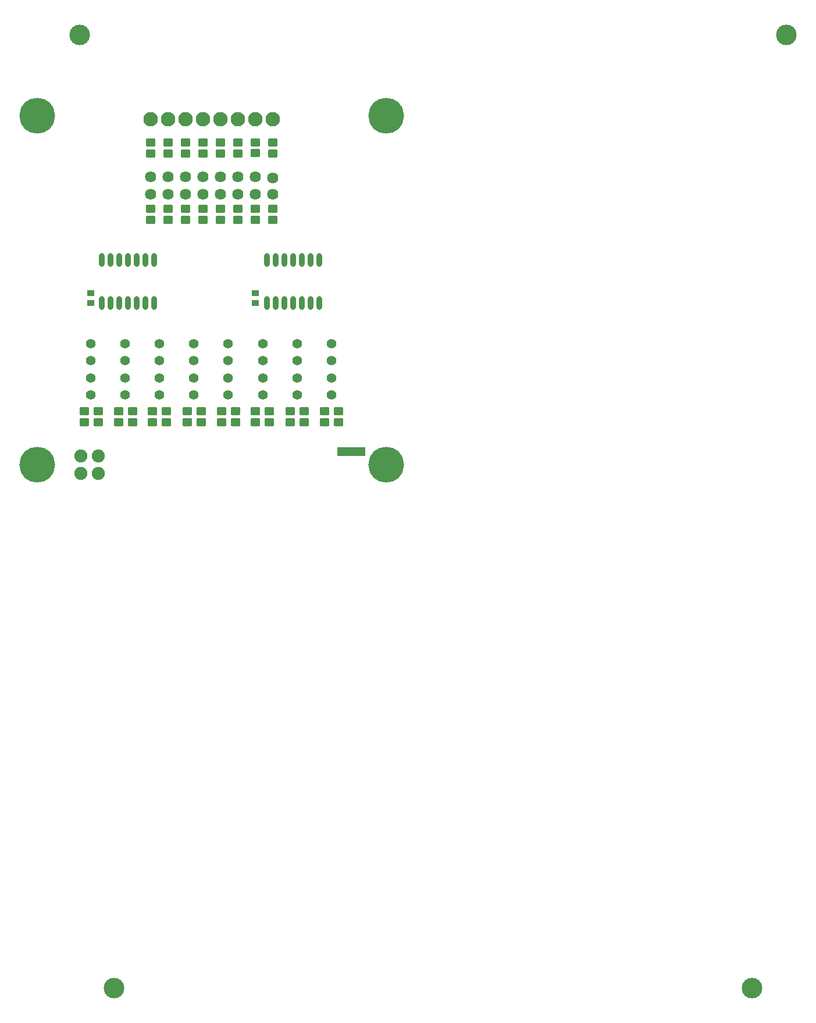
<source format=gbs>
G04 Layer: BottomSolderMaskLayer*
G04 Panelize: Stamp Hole, Column: 2, Row: 2, Board Size: 58.42mm x 58.42mm, Panelized Board Size: 122.84mm x 122.84mm*
G04 EasyEDA v6.5.34, 2023-09-13 23:46:03*
G04 50f54edec40846078001aba480b7569d,5a6b42c53f6a479593ecc07194224c93,10*
G04 Gerber Generator version 0.2*
G04 Scale: 100 percent, Rotated: No, Reflected: No *
G04 Dimensions in millimeters *
G04 leading zeros omitted , absolute positions ,4 integer and 5 decimal *
%FSLAX45Y45*%
%MOMM*%

%AMMACRO1*1,1,$1,$2,$3*1,1,$1,$4,$5*1,1,$1,0-$2,0-$3*1,1,$1,0-$4,0-$5*20,1,$1,$2,$3,$4,$5,0*20,1,$1,$4,$5,0-$2,0-$3,0*20,1,$1,0-$2,0-$3,0-$4,0-$5,0*20,1,$1,0-$4,0-$5,$2,$3,0*4,1,4,$2,$3,$4,$5,0-$2,0-$3,0-$4,0-$5,$2,$3,0*%
%ADD10MACRO1,0.2032X-0.55X0.5X-0.55X-0.5*%
%ADD11O,0.8031988000000001X2.0031963999999998*%
%ADD12MACRO1,0.1016X0.45X-0.4X0.45X0.4*%
%ADD13C,5.2032*%
%ADD14C,1.4016*%
%ADD15C,1.6256*%
%ADD16C,2.1016*%
%ADD17C,1.9016*%
%ADD18C,3.0000*%

%LPD*%
D10*
G01*
X2031992Y3945884D03*
G01*
X2031992Y4105884D03*
D11*
G01*
X2082800Y2737967D03*
G01*
X1955800Y2737967D03*
G01*
X1828800Y2737967D03*
G01*
X1701800Y2737967D03*
G01*
X1574800Y2737967D03*
G01*
X1447800Y2737967D03*
G01*
X1320800Y2737967D03*
G01*
X2082800Y3357981D03*
G01*
X1955800Y3357981D03*
G01*
X1828800Y3357981D03*
G01*
X1701800Y3357981D03*
G01*
X1574800Y3357981D03*
G01*
X1447800Y3357981D03*
G01*
X1320800Y3357981D03*
G01*
X4482795Y2737967D03*
G01*
X4355795Y2737967D03*
G01*
X4228795Y2737967D03*
G01*
X4101795Y2737967D03*
G01*
X3974795Y2737967D03*
G01*
X3847795Y2737967D03*
G01*
X3720795Y2737967D03*
G01*
X4482795Y3357981D03*
G01*
X4355795Y3357981D03*
G01*
X4228795Y3357981D03*
G01*
X4101795Y3357981D03*
G01*
X3974795Y3357981D03*
G01*
X3847795Y3357981D03*
G01*
X3720795Y3357981D03*
D10*
G01*
X2031989Y4912098D03*
G01*
X2031989Y5072098D03*
G01*
X3809992Y3945884D03*
G01*
X3809992Y4105884D03*
G01*
X3555992Y3945884D03*
G01*
X3555992Y4105884D03*
G01*
X3301992Y3945884D03*
G01*
X3301992Y4105884D03*
G01*
X3047992Y3945884D03*
G01*
X3047992Y4105884D03*
G01*
X2793992Y3945884D03*
G01*
X2793992Y4105884D03*
G01*
X2539992Y3945884D03*
G01*
X2539992Y4105884D03*
G01*
X2285992Y3945884D03*
G01*
X2285992Y4105884D03*
G01*
X3809989Y4912098D03*
G01*
X3809989Y5072098D03*
G01*
X3553188Y4915695D03*
G01*
X3553188Y5075694D03*
G01*
X3301989Y4912098D03*
G01*
X3301989Y5072098D03*
G01*
X3047989Y4912098D03*
G01*
X3047989Y5072098D03*
G01*
X2793989Y4912098D03*
G01*
X2793989Y5072098D03*
G01*
X2539989Y4912098D03*
G01*
X2539989Y5072098D03*
G01*
X2285989Y4912098D03*
G01*
X2285989Y5072098D03*
G01*
X1269994Y999489D03*
G01*
X1269994Y1159489D03*
G01*
X1066794Y999489D03*
G01*
X1066794Y1159489D03*
G01*
X4762487Y999489D03*
G01*
X4762487Y1159489D03*
G01*
X4559287Y999489D03*
G01*
X4559287Y1159489D03*
G01*
X4267189Y999489D03*
G01*
X4267189Y1159489D03*
G01*
X4063989Y999489D03*
G01*
X4063989Y1159489D03*
G01*
X3759189Y999489D03*
G01*
X3759189Y1159489D03*
G01*
X3555989Y999489D03*
G01*
X3555989Y1159489D03*
G01*
X3263889Y999489D03*
G01*
X3263889Y1159489D03*
G01*
X3060692Y999489D03*
G01*
X3060692Y1159489D03*
G01*
X2768592Y999489D03*
G01*
X2768592Y1159489D03*
G01*
X2565392Y999489D03*
G01*
X2565392Y1159489D03*
G01*
X2260592Y999489D03*
G01*
X2260592Y1159489D03*
G01*
X2057392Y999489D03*
G01*
X2057392Y1159489D03*
G01*
X1562094Y999489D03*
G01*
X1562094Y1159489D03*
G01*
X1765294Y999489D03*
G01*
X1765294Y1159489D03*
D12*
G01*
X1155710Y2876704D03*
G01*
X1155710Y2736705D03*
G01*
X3556005Y2876704D03*
G01*
X3556005Y2736705D03*
D13*
G01*
X381000Y5461000D03*
G01*
X5461000Y5461000D03*
G01*
X5461000Y381000D03*
G01*
X381000Y381000D03*
D14*
G01*
X4660900Y2146300D03*
G01*
X4660900Y1396288D03*
G01*
X4660900Y1646301D03*
G01*
X4660900Y1896287D03*
G01*
X4160900Y2146300D03*
G01*
X4160900Y1396288D03*
G01*
X4160900Y1646301D03*
G01*
X4160900Y1896287D03*
G01*
X3660902Y2146300D03*
G01*
X3660902Y1396288D03*
G01*
X3660902Y1646301D03*
G01*
X3660902Y1896287D03*
G01*
X3160902Y2146300D03*
G01*
X3160902Y1396288D03*
G01*
X3160902Y1646301D03*
G01*
X3160902Y1896287D03*
G01*
X2660904Y2146300D03*
G01*
X2660904Y1396288D03*
G01*
X2660904Y1646301D03*
G01*
X2660904Y1896287D03*
G01*
X2160904Y2146300D03*
G01*
X2160904Y1396288D03*
G01*
X2160904Y1646301D03*
G01*
X2160904Y1896287D03*
G01*
X1660905Y1896287D03*
G01*
X1660905Y1646301D03*
G01*
X1660905Y1396288D03*
G01*
X1660905Y2146300D03*
G01*
X1160906Y1396288D03*
G01*
X1160906Y1646301D03*
G01*
X1160906Y1896287D03*
G01*
X1160906Y2146300D03*
D15*
G01*
X2794000Y4572000D03*
G01*
X2794000Y4318000D03*
G01*
X2540000Y4572000D03*
G01*
X2540000Y4318000D03*
G01*
X2032000Y4318000D03*
G01*
X2032000Y4572000D03*
G01*
X3302000Y4572000D03*
G01*
X3302000Y4318000D03*
G01*
X3048000Y4572000D03*
G01*
X3048000Y4318000D03*
G01*
X3810000Y4318000D03*
G01*
X3810000Y4559300D03*
D16*
G01*
X3812793Y5406593D03*
G01*
X3558793Y5406593D03*
G01*
X3304793Y5406593D03*
G01*
X3050793Y5406593D03*
G01*
X2796793Y5406593D03*
G01*
X2542793Y5406593D03*
G01*
X2288793Y5406593D03*
G01*
X2034793Y5406593D03*
D15*
G01*
X3556000Y4318000D03*
G01*
X3556000Y4572000D03*
G01*
X2286000Y4318000D03*
G01*
X2286000Y4572000D03*
D17*
G01*
X1270000Y254000D03*
G01*
X1270000Y508000D03*
G01*
X1016000Y508000D03*
G01*
X1016000Y254000D03*
D18*
G01*
X999997Y6641998D03*
G01*
X11284000Y6641998D03*
G01*
X1499996Y-7241997D03*
G01*
X10784001Y-7241997D03*
G36*
X4749800Y635000D02*
G01*
X5156200Y635000D01*
X5156200Y508000D01*
X4749800Y508000D01*
G37*
M02*

</source>
